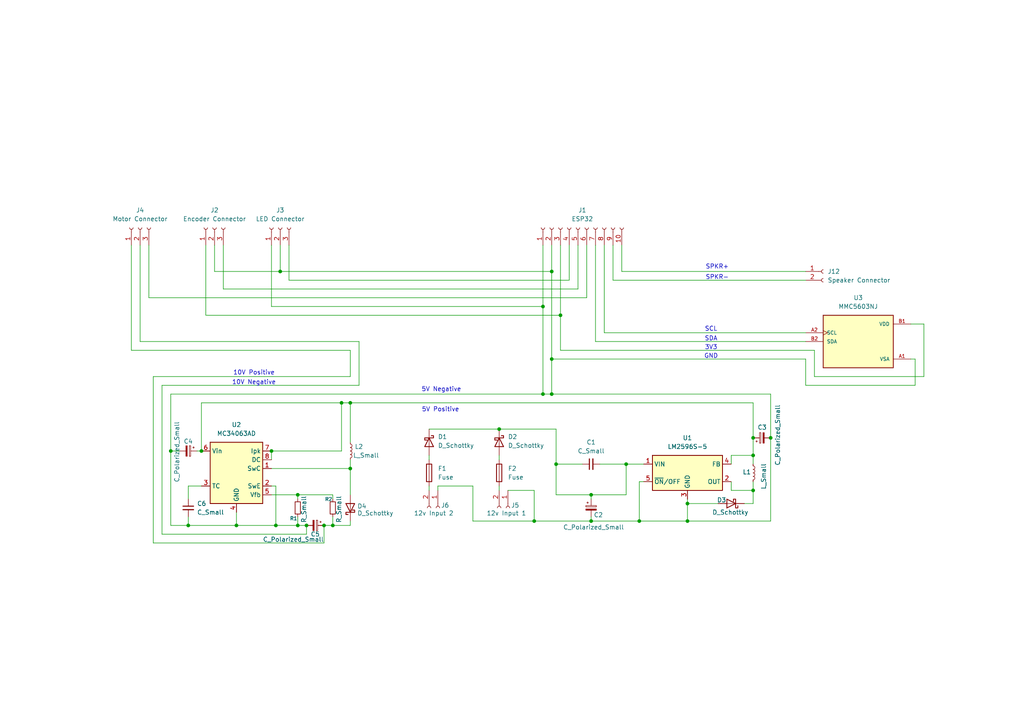
<source format=kicad_sch>
(kicad_sch (version 20250114) (generator "eeschema") (generator_version "9.0")
  (paper "A4")
  (lib_symbols
    (symbol "Connector:Conn_01x02_Socket" (pin_names (offset 1.016) (hide yes))
      (property "Reference" "J" (at 0 2.54 0))
      (property "Value" "Conn_01x02_Socket" (at 0 -5.08 0))
      (symbol "Conn_01x02_Socket_1_1"
        (polyline (pts (xy -1.27 0) (xy -0.508 0)) (stroke (width 0.1524)))
        (polyline (pts (xy -1.27 -2.54) (xy -0.508 -2.54)) (stroke (width 0.1524)))
        (arc (start 0 -0.508) (mid -0.5058 0) (end 0 0.508) (stroke (width 0.1524)))
        (arc (start 0 -3.048) (mid -0.5058 -2.54) (end 0 -2.032) (stroke (width 0.1524)))
        (pin passive line (at -5.08 0 0) (length 3.81) (name "Pin_1") (number "1"))
        (pin passive line (at -5.08 -2.54 0) (length 3.81) (name "Pin_2") (number "2"))
      )
    )
    (symbol "Connector:Conn_01x03_Socket" (pin_names (offset 1.016) (hide yes))
      (property "Reference" "J" (at 0 5.08 0))
      (property "Value" "Conn_01x03_Socket" (at 0 -5.08 0))
      (symbol "Conn_01x03_Socket_1_1"
        (polyline (pts (xy -1.27 2.54) (xy -0.508 2.54)) (stroke (width 0.1524)))
        (polyline (pts (xy -1.27 0) (xy -0.508 0)) (stroke (width 0.1524)))
        (polyline (pts (xy -1.27 -2.54) (xy -0.508 -2.54)) (stroke (width 0.1524)))
        (arc (start 0 2.032) (mid -0.5058 2.54) (end 0 3.048) (stroke (width 0.1524)))
        (arc (start 0 -0.508) (mid -0.5058 0) (end 0 0.508) (stroke (width 0.1524)))
        (arc (start 0 -3.048) (mid -0.5058 -2.54) (end 0 -2.032) (stroke (width 0.1524)))
        (pin passive line (at -5.08 2.54 0) (length 3.81) (name "Pin_1") (number "1"))
        (pin passive line (at -5.08 0 0) (length 3.81) (name "Pin_2") (number "2"))
        (pin passive line (at -5.08 -2.54 0) (length 3.81) (name "Pin_3") (number "3"))
      )
    )
    (symbol "Connector:Conn_01x10_Socket" (pin_names (offset 1.016) (hide yes))
      (property "Reference" "J" (at 0 12.7 0))
      (property "Value" "Conn_01x10_Socket" (at 0 -15.24 0))
      (symbol "Conn_01x10_Socket_1_1"
        (polyline (pts (xy -1.27 10.16) (xy -0.508 10.16)) (stroke (width 0.1524)))
        (polyline (pts (xy -1.27 7.62) (xy -0.508 7.62)) (stroke (width 0.1524)))
        (polyline (pts (xy -1.27 5.08) (xy -0.508 5.08)) (stroke (width 0.1524)))
        (polyline (pts (xy -1.27 2.54) (xy -0.508 2.54)) (stroke (width 0.1524)))
        (polyline (pts (xy -1.27 0) (xy -0.508 0)) (stroke (width 0.1524)))
        (polyline (pts (xy -1.27 -2.54) (xy -0.508 -2.54)) (stroke (width 0.1524)))
        (polyline (pts (xy -1.27 -5.08) (xy -0.508 -5.08)) (stroke (width 0.1524)))
        (polyline (pts (xy -1.27 -7.62) (xy -0.508 -7.62)) (stroke (width 0.1524)))
        (polyline (pts (xy -1.27 -10.16) (xy -0.508 -10.16)) (stroke (width 0.1524)))
        (polyline (pts (xy -1.27 -12.7) (xy -0.508 -12.7)) (stroke (width 0.1524)))
        (arc (start 0 9.652) (mid -0.5058 10.16) (end 0 10.668) (stroke (width 0.1524)))
        (arc (start 0 7.112) (mid -0.5058 7.62) (end 0 8.128) (stroke (width 0.1524)))
        (arc (start 0 4.572) (mid -0.5058 5.08) (end 0 5.588) (stroke (width 0.1524)))
        (arc (start 0 2.032) (mid -0.5058 2.54) (end 0 3.048) (stroke (width 0.1524)))
        (arc (start 0 -0.508) (mid -0.5058 0) (end 0 0.508) (stroke (width 0.1524)))
        (arc (start 0 -3.048) (mid -0.5058 -2.54) (end 0 -2.032) (stroke (width 0.1524)))
        (arc (start 0 -5.588) (mid -0.5058 -5.08) (end 0 -4.572) (stroke (width 0.1524)))
        (arc (start 0 -8.128) (mid -0.5058 -7.62) (end 0 -7.112) (stroke (width 0.1524)))
        (arc (start 0 -10.668) (mid -0.5058 -10.16) (end 0 -9.652) (stroke (width 0.1524)))
        (arc (start 0 -13.208) (mid -0.5058 -12.7) (end 0 -12.192) (stroke (width 0.1524)))
        (pin passive line (at -5.08 10.16 0) (length 3.81) (name "Pin_1") (number "1"))
        (pin passive line (at -5.08 7.62 0) (length 3.81) (name "Pin_2") (number "2"))
        (pin passive line (at -5.08 5.08 0) (length 3.81) (name "Pin_3") (number "3"))
        (pin passive line (at -5.08 2.54 0) (length 3.81) (name "Pin_4") (number "4"))
        (pin passive line (at -5.08 0 0) (length 3.81) (name "Pin_5") (number "5"))
        (pin passive line (at -5.08 -2.54 0) (length 3.81) (name "Pin_6") (number "6"))
        (pin passive line (at -5.08 -5.08 0) (length 3.81) (name "Pin_7") (number "7"))
        (pin passive line (at -5.08 -7.62 0) (length 3.81) (name "Pin_8") (number "8"))
        (pin passive line (at -5.08 -10.16 0) (length 3.81) (name "Pin_9") (number "9"))
        (pin passive line (at -5.08 -12.7 0) (length 3.81) (name "Pin_10") (number "10"))
      )
    )
    (symbol "Device:C_Polarized_Small" (pin_numbers (hide yes)) (pin_names (offset 0.254) (hide yes))
      (property "Reference" "C" (at 0.254 1.778 0))
      (property "Value" "C_Polarized_Small" (at 0.254 -2.032 0))
      (symbol "C_Polarized_Small_0_1"
        (rectangle (start -1.524 0.6858) (end 1.524 0.3048))
        (rectangle (start -1.524 -0.3048) (end 1.524 -0.6858) (fill (type outline)))
        (polyline (pts (xy -1.27 1.524) (xy -0.762 1.524)))
        (polyline (pts (xy -1.016 1.27) (xy -1.016 1.778)))
      )
      (symbol "C_Polarized_Small_1_1"
        (pin passive line (at 0 2.54 270) (length 1.8542) (name "~") (number "1"))
        (pin passive line (at 0 -2.54 90) (length 1.8542) (name "~") (number "2"))
      )
    )
    (symbol "Device:C_Small" (pin_numbers (hide yes)) (pin_names (offset 0.254) (hide yes))
      (property "Reference" "C" (at 0.254 1.778 0))
      (property "Value" "C_Small" (at 0.254 -2.032 0))
      (symbol "C_Small_0_1"
        (polyline (pts (xy -1.524 0.508) (xy 1.524 0.508)) (stroke (width 0.3048)))
        (polyline (pts (xy -1.524 -0.508) (xy 1.524 -0.508)) (stroke (width 0.3302)))
      )
      (symbol "C_Small_1_1"
        (pin passive line (at 0 2.54 270) (length 2.032) (name "~") (number "1"))
        (pin passive line (at 0 -2.54 90) (length 2.032) (name "~") (number "2"))
      )
    )
    (symbol "Device:D_Schottky" (pin_numbers (hide yes)) (pin_names (offset 1.016) (hide yes))
      (property "Reference" "D" (at 0 2.54 0))
      (property "Value" "D_Schottky" (at 0 -2.54 0))
      (symbol "D_Schottky_0_1"
        (polyline (pts (xy -1.905 0.635) (xy -1.905 1.27) (xy -1.27 1.27) (xy -1.27 -1.27) (xy -0.635 -1.27) (xy -0.635 -0.635)) (stroke (width 0.254)))
        (polyline (pts (xy 1.27 1.27) (xy 1.27 -1.27) (xy -1.27 0) (xy 1.27 1.27)) (stroke (width 0.254)))
        (polyline (pts (xy 1.27 0) (xy -1.27 0)))
      )
      (symbol "D_Schottky_1_1"
        (pin passive line (at -3.81 0 0) (length 2.54) (name "K") (number "1"))
        (pin passive line (at 3.81 0 180) (length 2.54) (name "A") (number "2"))
      )
    )
    (symbol "Device:Fuse" (pin_numbers (hide yes)) (pin_names (offset 0))
      (property "Reference" "F" (at 2.032 0 90))
      (property "Value" "Fuse" (at -1.905 0 90))
      (symbol "Fuse_0_1"
        (rectangle (start -0.762 -2.54) (end 0.762 2.54) (stroke (width 0.254)))
        (polyline (pts (xy 0 2.54) (xy 0 -2.54)))
      )
      (symbol "Fuse_1_1"
        (pin passive line (at 0 3.81 270) (length 1.27) (name "~") (number "1"))
        (pin passive line (at 0 -3.81 90) (length 1.27) (name "~") (number "2"))
      )
    )
    (symbol "Device:L_Small" (pin_numbers (hide yes)) (pin_names (offset 0.254) (hide yes))
      (property "Reference" "L" (at 0.762 1.016 0))
      (property "Value" "L_Small" (at 0.762 -1.016 0))
      (symbol "L_Small_0_1"
        (arc (start 0 2.032) (mid 0.5058 1.524) (end 0 1.016))
        (arc (start 0 1.016) (mid 0.5058 0.508) (end 0 0))
        (arc (start 0 0) (mid 0.5058 -0.508) (end 0 -1.016))
        (arc (start 0 -1.016) (mid 0.5058 -1.524) (end 0 -2.032))
      )
      (symbol "L_Small_1_1"
        (pin passive line (at 0 2.54 270) (length 0.508) (name "~") (number "1"))
        (pin passive line (at 0 -2.54 90) (length 0.508) (name "~") (number "2"))
      )
    )
    (symbol "Device:R_Small" (pin_numbers (hide yes)) (pin_names (offset 0.254) (hide yes))
      (property "Reference" "R" (at 0 0 90))
      (property "Value" "R_Small" (at 1.778 0 90))
      (symbol "R_Small_0_1"
        (rectangle (start -0.762 1.778) (end 0.762 -1.778) (stroke (width 0.2032)))
      )
      (symbol "R_Small_1_1"
        (pin passive line (at 0 2.54 270) (length 0.762) (name "~") (number "1"))
        (pin passive line (at 0 -2.54 90) (length 0.762) (name "~") (number "2"))
      )
    )
    (symbol "MMC5603NJ:MMC5603NJ" (pin_names (offset 1.016))
      (property "Reference" "U" (at -10.16 8.382 0))
      (property "Value" "MMC5603NJ" (at -10.16 -10.16 0))
      (symbol "MMC5603NJ_0_0"
        (rectangle (start -10.16 -7.62) (end 10.16 7.62) (stroke (width 0.254)) (fill (type background)))
        (pin input clock (at -15.24 2.54 0) (length 5.08) (name "SCL") (number "A2"))
        (pin bidirectional line (at -15.24 0 0) (length 5.08) (name "SDA") (number "B2"))
        (pin power_in line (at 15.24 5.08 180) (length 5.08) (name "VDD") (number "B1"))
        (pin power_in line (at 15.24 -5.08 180) (length 5.08) (name "VSA") (number "A1"))
      )
    )
    (symbol "Regulator_Switching:LM2596S-5"
      (property "Reference" "U" (at -10.16 6.35 0))
      (property "Value" "LM2596S-5" (at 0 6.35 0))
      (symbol "LM2596S-5_0_1"
        (rectangle (start -10.16 5.08) (end 10.16 -5.08) (stroke (width 0.254)) (fill (type background)))
      )
      (symbol "LM2596S-5_1_1"
        (pin power_in line (at -12.7 2.54 0) (length 2.54) (name "VIN") (number "1"))
        (pin input line (at -12.7 -2.54 0) (length 2.54) (name "~{ON}/OFF") (number "5"))
        (pin power_in line (at 0 -7.62 90) (length 2.54) (name "GND") (number "3"))
        (pin input line (at 12.7 2.54 180) (length 2.54) (name "FB") (number "4"))
        (pin output line (at 12.7 -2.54 180) (length 2.54) (name "OUT") (number "2"))
      )
    )
    (symbol "Regulator_Switching:MC34063AD"
      (property "Reference" "U" (at -7.62 8.89 0))
      (property "Value" "MC34063AD" (at 0 8.89 0))
      (symbol "MC34063AD_0_1"
        (rectangle (start -7.62 7.62) (end 7.62 -10.16) (stroke (width 0.254)) (fill (type background)))
      )
      (symbol "MC34063AD_1_1"
        (pin power_in line (at -10.16 5.08 0) (length 2.54) (name "Vin") (number "6"))
        (pin passive line (at -10.16 -5.08 0) (length 2.54) (name "TC") (number "3"))
        (pin power_in line (at 0 -12.7 90) (length 2.54) (name "GND") (number "4"))
        (pin input line (at 10.16 5.08 180) (length 2.54) (name "Ipk") (number "7"))
        (pin open_collector line (at 10.16 2.54 180) (length 2.54) (name "DC") (number "8"))
        (pin open_collector line (at 10.16 0 180) (length 2.54) (name "SwC") (number "1"))
        (pin open_emitter line (at 10.16 -5.08 180) (length 2.54) (name "SwE") (number "2"))
        (pin input line (at 10.16 -7.62 180) (length 2.54) (name "Vfb") (number "5"))
      )
    )
  )
  (text "3V3" (at 206.248 100.838 0) (effects (font (size 1.27 1.27))))
  (text "5V Negative" (at 128.016 113.03 0) (effects (font (size 1.27 1.27))))
  (text "10V Negative" (at 73.66 110.998 0) (effects (font (size 1.27 1.27))))
  (text "GND" (at 206.248 103.378 0) (effects (font (size 1.27 1.27))))
  (text "SPKR-" (at 208.026 80.518 0) (effects (font (size 1.27 1.27))))
  (text "SDA" (at 206.248 98.298 0) (effects (font (size 1.27 1.27))))
  (text "5V Positive" (at 127.762 118.872 0) (effects (font (size 1.27 1.27))))
  (text "SCL" (at 206.248 95.504 0) (effects (font (size 1.27 1.27))))
  (text "10V Positive" (at 73.66 108.204 0) (effects (font (size 1.27 1.27))))
  (text "SPKR+" (at 208.026 77.47 0) (effects (font (size 1.27 1.27))))
  (junction (at 218.44 132.08))
  (junction (at 58.42 130.81))
  (junction (at 161.29 134.62))
  (junction (at 171.45 143.51))
  (junction (at 181.61 134.62))
  (junction (at 54.61 152.4))
  (junction (at 157.48 114.3))
  (junction (at 86.36 143.51))
  (junction (at 171.45 151.13))
  (junction (at 88.9 152.4))
  (junction (at 80.01 152.4))
  (junction (at 160.02 78.74))
  (junction (at 93.98 152.4))
  (junction (at 199.39 151.13))
  (junction (at 218.44 127))
  (junction (at 101.6 135.89))
  (junction (at 96.52 152.4))
  (junction (at 160.02 104.14))
  (junction (at 154.94 151.13))
  (junction (at 49.53 130.81))
  (junction (at 162.56 91.44))
  (junction (at 218.44 142.24))
  (junction (at 185.42 151.13))
  (junction (at 157.48 88.9))
  (junction (at 101.6 116.84))
  (junction (at 78.74 130.81))
  (junction (at 81.28 78.74))
  (junction (at 199.39 146.05))
  (junction (at 99.06 116.84))
  (junction (at 144.78 124.46))
  (junction (at 68.58 152.4))
  (junction (at 86.36 152.4))
  (junction (at 223.52 127))
  (junction (at 160.02 114.3))
  (wire (pts (xy 160.02 114.3) (xy 223.52 114.3)))
  (wire (pts (xy 144.78 132.08) (xy 144.78 133.35)))
  (wire (pts (xy 218.44 132.08) (xy 218.44 134.62)))
  (wire (pts (xy 161.29 124.46) (xy 144.78 124.46)))
  (wire (pts (xy 236.22 101.6) (xy 236.22 109.22)))
  (wire (pts (xy 68.58 148.59) (xy 68.58 152.4)))
  (wire (pts (xy 218.44 116.84) (xy 218.44 127)))
  (wire (pts (xy 49.53 152.4) (xy 54.61 152.4)))
  (wire (pts (xy 49.53 130.81) (xy 49.53 152.4)))
  (wire (pts (xy 218.44 146.05) (xy 215.9 146.05)))
  (wire (pts (xy 180.34 71.12) (xy 180.34 78.74)))
  (wire (pts (xy 162.56 71.12) (xy 162.56 91.44)))
  (wire (pts (xy 171.45 151.13) (xy 185.42 151.13)))
  (wire (pts (xy 49.53 130.81) (xy 52.07 130.81)))
  (wire (pts (xy 147.32 142.24) (xy 154.94 142.24)))
  (wire (pts (xy 78.74 130.81) (xy 78.74 133.35)))
  (wire (pts (xy 80.01 152.4) (xy 86.36 152.4)))
  (wire (pts (xy 218.44 146.05) (xy 218.44 142.24)))
  (wire (pts (xy 62.23 78.74) (xy 81.28 78.74)))
  (wire (pts (xy 267.97 93.98) (xy 264.16 93.98)))
  (wire (pts (xy 172.72 71.12) (xy 172.72 99.06)))
  (wire (pts (xy 171.45 143.51) (xy 181.61 143.51)))
  (wire (pts (xy 160.02 71.12) (xy 160.02 78.74)))
  (wire (pts (xy 93.98 157.48) (xy 44.45 157.48)))
  (wire (pts (xy 265.43 104.14) (xy 264.16 104.14)))
  (wire (pts (xy 137.16 151.13) (xy 154.94 151.13)))
  (wire (pts (xy 180.34 78.74) (xy 233.68 78.74)))
  (wire (pts (xy 59.69 91.44) (xy 162.56 91.44)))
  (wire (pts (xy 175.26 71.12) (xy 175.26 96.52)))
  (wire (pts (xy 212.09 142.24) (xy 212.09 139.7)))
  (wire (pts (xy 93.98 152.4) (xy 96.52 152.4)))
  (wire (pts (xy 161.29 143.51) (xy 171.45 143.51)))
  (wire (pts (xy 157.48 71.12) (xy 157.48 88.9)))
  (wire (pts (xy 218.44 127) (xy 218.44 132.08)))
  (wire (pts (xy 101.6 116.84) (xy 101.6 128.27)))
  (wire (pts (xy 46.99 111.76) (xy 104.14 111.76)))
  (wire (pts (xy 172.72 99.06) (xy 233.68 99.06)))
  (wire (pts (xy 181.61 134.62) (xy 186.69 134.62)))
  (wire (pts (xy 101.6 116.84) (xy 218.44 116.84)))
  (wire (pts (xy 57.15 130.81) (xy 58.42 130.81)))
  (wire (pts (xy 86.36 143.51) (xy 78.74 143.51)))
  (wire (pts (xy 162.56 101.6) (xy 236.22 101.6)))
  (wire (pts (xy 101.6 101.6) (xy 38.1 101.6)))
  (wire (pts (xy 185.42 151.13) (xy 199.39 151.13)))
  (wire (pts (xy 101.6 135.89) (xy 101.6 143.51)))
  (wire (pts (xy 124.46 132.08) (xy 124.46 133.35)))
  (wire (pts (xy 154.94 151.13) (xy 154.94 142.24)))
  (wire (pts (xy 54.61 152.4) (xy 68.58 152.4)))
  (wire (pts (xy 199.39 151.13) (xy 223.52 151.13)))
  (wire (pts (xy 223.52 114.3) (xy 223.52 127)))
  (wire (pts (xy 59.69 71.12) (xy 59.69 91.44)))
  (wire (pts (xy 64.77 83.82) (xy 64.77 71.12)))
  (wire (pts (xy 127 140.97) (xy 127 142.24)))
  (wire (pts (xy 88.9 152.4) (xy 86.36 152.4)))
  (wire (pts (xy 157.48 88.9) (xy 157.48 114.3)))
  (wire (pts (xy 49.53 114.3) (xy 49.53 130.81)))
  (wire (pts (xy 43.18 86.36) (xy 170.18 86.36)))
  (wire (pts (xy 58.42 116.84) (xy 99.06 116.84)))
  (wire (pts (xy 40.64 99.06) (xy 40.64 71.12)))
  (wire (pts (xy 212.09 132.08) (xy 218.44 132.08)))
  (wire (pts (xy 88.9 152.4) (xy 88.9 154.94)))
  (wire (pts (xy 212.09 134.62) (xy 212.09 132.08)))
  (wire (pts (xy 218.44 142.24) (xy 212.09 142.24)))
  (wire (pts (xy 99.06 130.81) (xy 78.74 130.81)))
  (wire (pts (xy 96.52 152.4) (xy 101.6 152.4)))
  (wire (pts (xy 171.45 143.51) (xy 171.45 144.78)))
  (wire (pts (xy 96.52 143.51) (xy 86.36 143.51)))
  (wire (pts (xy 93.98 152.4) (xy 93.98 157.48)))
  (wire (pts (xy 78.74 88.9) (xy 157.48 88.9)))
  (wire (pts (xy 162.56 91.44) (xy 162.56 101.6)))
  (wire (pts (xy 86.36 143.51) (xy 86.36 144.78)))
  (wire (pts (xy 49.53 114.3) (xy 157.48 114.3)))
  (wire (pts (xy 101.6 135.89) (xy 101.6 133.35)))
  (wire (pts (xy 54.61 140.97) (xy 54.61 144.78)))
  (wire (pts (xy 78.74 140.97) (xy 80.01 140.97)))
  (wire (pts (xy 46.99 154.94) (xy 46.99 111.76)))
  (wire (pts (xy 96.52 143.51) (xy 96.52 144.78)))
  (wire (pts (xy 44.45 157.48) (xy 44.45 109.22)))
  (wire (pts (xy 160.02 104.14) (xy 160.02 114.3)))
  (wire (pts (xy 81.28 78.74) (xy 160.02 78.74)))
  (wire (pts (xy 157.48 114.3) (xy 160.02 114.3)))
  (wire (pts (xy 167.64 71.12) (xy 167.64 83.82)))
  (wire (pts (xy 81.28 71.12) (xy 81.28 78.74)))
  (wire (pts (xy 177.8 71.12) (xy 177.8 81.28)))
  (wire (pts (xy 144.78 140.97) (xy 144.78 142.24)))
  (wire (pts (xy 38.1 101.6) (xy 38.1 71.12)))
  (wire (pts (xy 44.45 109.22) (xy 101.6 109.22)))
  (wire (pts (xy 185.42 139.7) (xy 185.42 151.13)))
  (wire (pts (xy 233.68 111.76) (xy 265.43 111.76)))
  (wire (pts (xy 80.01 152.4) (xy 68.58 152.4)))
  (wire (pts (xy 173.99 134.62) (xy 181.61 134.62)))
  (wire (pts (xy 165.1 81.28) (xy 83.82 81.28)))
  (wire (pts (xy 170.18 86.36) (xy 170.18 71.12)))
  (wire (pts (xy 154.94 151.13) (xy 171.45 151.13)))
  (wire (pts (xy 160.02 78.74) (xy 160.02 104.14)))
  (wire (pts (xy 101.6 101.6) (xy 101.6 109.22)))
  (wire (pts (xy 78.74 71.12) (xy 78.74 88.9)))
  (wire (pts (xy 265.43 111.76) (xy 265.43 104.14)))
  (wire (pts (xy 199.39 146.05) (xy 199.39 144.78)))
  (wire (pts (xy 104.14 99.06) (xy 40.64 99.06)))
  (wire (pts (xy 124.46 124.46) (xy 144.78 124.46)))
  (wire (pts (xy 124.46 140.97) (xy 124.46 142.24)))
  (wire (pts (xy 88.9 154.94) (xy 46.99 154.94)))
  (wire (pts (xy 185.42 139.7) (xy 186.69 139.7)))
  (wire (pts (xy 137.16 140.97) (xy 137.16 151.13)))
  (wire (pts (xy 78.74 135.89) (xy 101.6 135.89)))
  (wire (pts (xy 223.52 127) (xy 223.52 151.13)))
  (wire (pts (xy 267.97 109.22) (xy 267.97 93.98)))
  (wire (pts (xy 99.06 116.84) (xy 101.6 116.84)))
  (wire (pts (xy 171.45 149.86) (xy 171.45 151.13)))
  (wire (pts (xy 104.14 99.06) (xy 104.14 111.76)))
  (wire (pts (xy 54.61 140.97) (xy 58.42 140.97)))
  (wire (pts (xy 177.8 81.28) (xy 233.68 81.28)))
  (wire (pts (xy 199.39 151.13) (xy 199.39 146.05)))
  (wire (pts (xy 127 140.97) (xy 137.16 140.97)))
  (wire (pts (xy 233.68 104.14) (xy 233.68 111.76)))
  (wire (pts (xy 96.52 149.86) (xy 96.52 152.4)))
  (wire (pts (xy 161.29 134.62) (xy 161.29 143.51)))
  (wire (pts (xy 101.6 152.4) (xy 101.6 151.13)))
  (wire (pts (xy 161.29 134.62) (xy 168.91 134.62)))
  (wire (pts (xy 43.18 71.12) (xy 43.18 86.36)))
  (wire (pts (xy 58.42 116.84) (xy 58.42 130.81)))
  (wire (pts (xy 218.44 139.7) (xy 218.44 142.24)))
  (wire (pts (xy 167.64 83.82) (xy 64.77 83.82)))
  (wire (pts (xy 80.01 140.97) (xy 80.01 152.4)))
  (wire (pts (xy 62.23 71.12) (xy 62.23 78.74)))
  (wire (pts (xy 165.1 71.12) (xy 165.1 81.28)))
  (wire (pts (xy 54.61 149.86) (xy 54.61 152.4)))
  (wire (pts (xy 181.61 143.51) (xy 181.61 134.62)))
  (wire (pts (xy 83.82 81.28) (xy 83.82 71.12)))
  (wire (pts (xy 199.39 146.05) (xy 208.28 146.05)))
  (wire (pts (xy 160.02 104.14) (xy 233.68 104.14)))
  (wire (pts (xy 175.26 96.52) (xy 233.68 96.52)))
  (wire (pts (xy 161.29 134.62) (xy 161.29 124.46)))
  (wire (pts (xy 236.22 109.22) (xy 267.97 109.22)))
  (wire (pts (xy 86.36 149.86) (xy 86.36 152.4)))
  (wire (pts (xy 99.06 116.84) (xy 99.06 130.81)))
  (symbol (lib_id "Connector:Conn_01x03_Socket") (at 40.64 66.04 90) (unit 1)
    (property "Reference" "J4" (at 40.64 60.96 90))
    (property "Value" "Motor Connector" (at 40.64 63.5 90))
    (property "Description" "Generic connector, single row, 01x03, script generated" (effects (hide yes)))
  )
  (symbol (lib_id "Connector:Conn_01x10_Socket") (at 167.64 66.04 90) (unit 1)
    (property "Reference" "J1" (at 168.91 60.96 90))
    (property "Value" "ESP32" (at 168.91 63.5 90))
    (property "Description" "Generic connector, single row, 01x10, script generated" (effects (hide yes)))
  )
  (symbol (lib_id "Device:C_Polarized_Small") (at 220.98 127 90) (unit 1)
    (property "Reference" "C3" (at 219.71 123.952 90) (effects (justify right)))
    (property "Value" "C_Polarized_Small" (at 225.552 117.348 0) (effects (justify right)))
    (property "Description" "Polarized capacitor, small symbol" (effects (hide yes)))
  )
  (symbol (lib_id "Connector:Conn_01x02_Socket") (at 127 147.32 270) (unit 1)
    (property "Reference" "J6" (at 130.302 146.558 90) (effects (justify right)))
    (property "Value" "12v Input 2" (at 131.572 148.844 90) (effects (justify right)))
    (property "Description" "Generic connector, single row, 01x02, script generated" (effects (hide yes)))
  )
  (symbol (lib_id "Device:C_Polarized_Small") (at 54.61 130.81 270) (unit 1)
    (property "Reference" "C4" (at 54.61 128.016 90))
    (property "Value" "C_Polarized_Small" (at 51.308 131.064 0))
    (property "Description" "Polarized capacitor, small symbol" (effects (hide yes)))
  )
  (symbol (lib_id "Device:D_Schottky") (at 124.46 128.27 270) (unit 1)
    (property "Reference" "D1" (at 127 126.6824 90) (effects (justify left)))
    (property "Value" "D_Schottky" (at 127 129.2224 90) (effects (justify left)))
    (property "Description" "Schottky diode" (effects (hide yes)))
  )
  (symbol (lib_id "Device:Fuse") (at 124.46 137.16 0) (unit 1)
    (property "Reference" "F1" (at 127 135.8899 0) (effects (justify left)))
    (property "Value" "Fuse" (at 127 138.4299 0) (effects (justify left)))
    (property "Description" "Fuse" (effects (hide yes)))
  )
  (symbol (lib_id "Device:L_Small") (at 101.6 130.81 0) (unit 1)
    (property "Reference" "L2" (at 102.87 129.5399 0) (effects (justify left)))
    (property "Value" "L_Small" (at 102.362 132.08 0) (effects (justify left)))
    (property "Description" "Inductor, small symbol" (effects (hide yes)))
  )
  (symbol (lib_id "Device:C_Small") (at 54.61 147.32 0) (unit 1)
    (property "Reference" "C6" (at 57.15 146.0562 0) (effects (justify left)))
    (property "Value" "C_Small" (at 57.15 148.5962 0) (effects (justify left)))
    (property "Description" "Unpolarized capacitor, small symbol" (effects (hide yes)))
  )
  (symbol (lib_id "Connector:Conn_01x03_Socket") (at 62.23 66.04 90) (unit 1)
    (property "Reference" "J2" (at 62.23 60.96 90))
    (property "Value" "Encoder Connector" (at 62.23 63.5 90))
    (property "Description" "Generic connector, single row, 01x03, script generated" (effects (hide yes)))
  )
  (symbol (lib_id "Device:C_Polarized_Small") (at 171.45 147.32 0) (unit 1)
    (property "Reference" "C2" (at 172.212 149.352 0) (effects (justify left)))
    (property "Value" "C_Polarized_Small" (at 163.322 152.908 0) (effects (justify left)))
    (property "Description" "Polarized capacitor, small symbol" (effects (hide yes)))
  )
  (symbol (lib_id "Connector:Conn_01x02_Socket") (at 238.76 78.74 0) (unit 1)
    (property "Reference" "J12" (at 240.03 78.7399 0) (effects (justify left)))
    (property "Value" "Speaker Connector" (at 240.03 81.2799 0) (effects (justify left)))
    (property "Description" "Generic connector, single row, 01x02, script generated" (effects (hide yes)))
  )
  (symbol (lib_id "Device:C_Small") (at 171.45 134.62 90) (unit 1)
    (property "Reference" "C1" (at 171.4563 128.27 90))
    (property "Value" "C_Small" (at 171.4563 130.81 90))
    (property "Description" "Unpolarized capacitor, small symbol" (effects (hide yes)))
  )
  (symbol (lib_id "MMC5603NJ:MMC5603NJ") (at 248.92 99.06 0) (unit 1)
    (property "Reference" "U3" (at 248.92 86.36 0))
    (property "Value" "MMC5603NJ" (at 248.92 88.9 0))
    (property "Footprint" "MMC5603NJ:XDCR_MMC5603NJ" (effects (hide yes)))
    (property "MF" "Memsic Inc." (effects (hide yes)))
    (property "MAXIMUM_PACKAGE_HEIGHT" "0.6 mm" (effects (hide yes)))
    (property "Package" "UFBGA-4 Memsic Inc." (effects (hide yes)))
    (property "Price" "None" (effects (hide yes)))
    (property "Check_prices" "https://www.snapeda.com/parts/MMC5603NJ/Memsic/view-part/?ref=eda" (effects (hide yes)))
    (property "STANDARD" "Manufacturer Recommendations" (effects (hide yes)))
    (property "PARTREV" "B" (effects (hide yes)))
    (property "SnapEDA_Link" "https://www.snapeda.com/parts/MMC5603NJ/Memsic/view-part/?ref=snap" (effects (hide yes)))
    (property "MP" "MMC5603NJ" (effects (hide yes)))
    (property "Description_1" "Magnetoresistive Sensor X, Y, Z Axis 4-WLP (0.82x0.82)" (effects (hide yes)))
    (property "SNAPEDA_PN" "MMC5603NJ" (effects (hide yes)))
    (property "Availability" "In Stock" (effects (hide yes)))
    (property "MANUFACTURER" "Memsic Inc." (effects (hide yes)))
  )
  (symbol (lib_id "Device:L_Small") (at 218.44 137.16 0) (unit 1)
    (property "Reference" "L1" (at 215.392 136.906 0) (effects (justify left)))
    (property "Value" "L_Small" (at 221.488 141.986 90) (effects (justify left)))
    (property "Description" "Inductor, small symbol" (effects (hide yes)))
  )
  (symbol (lib_id "Device:R_Small") (at 86.36 147.32 0) (unit 1)
    (property "Reference" "R1" (at 84.074 150.368 0) (effects (font (size 1.016 1.016)) (justify left)))
    (property "Value" "R_Small" (at 88.138 151.638 90) (effects (justify left)))
    (property "Description" "Resistor, small symbol" (effects (hide yes)))
  )
  (symbol (lib_id "Regulator_Switching:LM2596S-5") (at 199.39 137.16 0) (unit 1)
    (property "Reference" "U1" (at 199.39 127 0))
    (property "Value" "LM2596S-5" (at 199.39 129.54 0))
    (property "Footprint" "Package_TO_SOT_SMD:TO-263-5_TabPin3" (effects (hide yes)))
    (property "Datasheet" "http://www.ti.com/lit/ds/symlink/lm2596.pdf" (effects (hide yes)))
    (property "Description" "5V 3A Step-Down Voltage Regulator, TO-263" (effects (hide yes)))
  )
  (symbol (lib_id "Device:Fuse") (at 144.78 137.16 0) (unit 1)
    (property "Reference" "F2" (at 147.32 135.8899 0) (effects (justify left)))
    (property "Value" "Fuse" (at 147.32 138.4299 0) (effects (justify left)))
    (property "Description" "Fuse" (effects (hide yes)))
  )
  (symbol (lib_id "Device:R_Small") (at 96.52 147.32 0) (unit 1)
    (property "Reference" "R2" (at 94.234 144.78 0) (effects (font (size 1.016 1.016)) (justify left)))
    (property "Value" "R_Small" (at 98.298 151.638 90) (effects (justify left)))
    (property "Description" "Resistor, small symbol" (effects (hide yes)))
  )
  (symbol (lib_id "Device:D_Schottky") (at 101.6 147.32 90) (unit 1)
    (property "Reference" "D4" (at 103.632 146.812 90) (effects (justify right)))
    (property "Value" "D_Schottky" (at 103.632 148.844 90) (effects (justify right)))
    (property "Description" "Schottky diode" (effects (hide yes)))
  )
  (symbol (lib_id "Connector:Conn_01x02_Socket") (at 147.32 147.32 270) (unit 1)
    (property "Reference" "J5" (at 150.622 146.558 90) (effects (justify right)))
    (property "Value" "12v Input 1" (at 152.654 148.844 90) (effects (justify right)))
    (property "Description" "Generic connector, single row, 01x02, script generated" (effects (hide yes)))
  )
  (symbol (lib_id "Regulator_Switching:MC34063AD") (at 68.58 135.89 0) (unit 1)
    (property "Reference" "U2" (at 68.58 123.19 0))
    (property "Value" "MC34063AD" (at 68.58 125.73 0))
    (property "Footprint" "Package_SO:SOIC-8_3.9x4.9mm_P1.27mm" (effects (hide yes)))
    (property "Datasheet" "http://www.onsemi.com/pub_link/Collateral/MC34063A-D.PDF" (effects (hide yes)))
    (property "Description" "1.5A, step-up/down/inverting switching regulator, 3-40V Vin, 100kHz, SO-8" (effects (hide yes)))
  )
  (symbol (lib_id "Device:D_Schottky") (at 144.78 128.27 270) (unit 1)
    (property "Reference" "D2" (at 147.32 126.6824 90) (effects (justify left)))
    (property "Value" "D_Schottky" (at 147.32 129.2224 90) (effects (justify left)))
    (property "Description" "Schottky diode" (effects (hide yes)))
  )
  (symbol (lib_id "Device:C_Polarized_Small") (at 91.44 152.4 270) (unit 1)
    (property "Reference" "C5" (at 91.44 154.94 90))
    (property "Value" "C_Polarized_Small" (at 85.09 156.464 90))
    (property "Description" "Polarized capacitor, small symbol" (effects (hide yes)))
  )
  (symbol (lib_id "Connector:Conn_01x03_Socket") (at 81.28 66.04 90) (unit 1)
    (property "Reference" "J3" (at 81.28 60.96 90))
    (property "Value" "LED Connector" (at 81.28 63.5 90))
    (property "Description" "Generic connector, single row, 01x03, script generated" (effects (hide yes)))
  )
  (symbol (lib_id "Device:D_Schottky") (at 212.09 146.05 180) (unit 1)
    (property "Reference" "D3" (at 209.296 145.034 0))
    (property "Value" "D_Schottky" (at 211.836 148.59 0))
    (property "Description" "Schottky diode" (effects (hide yes)))
  )
)
</source>
